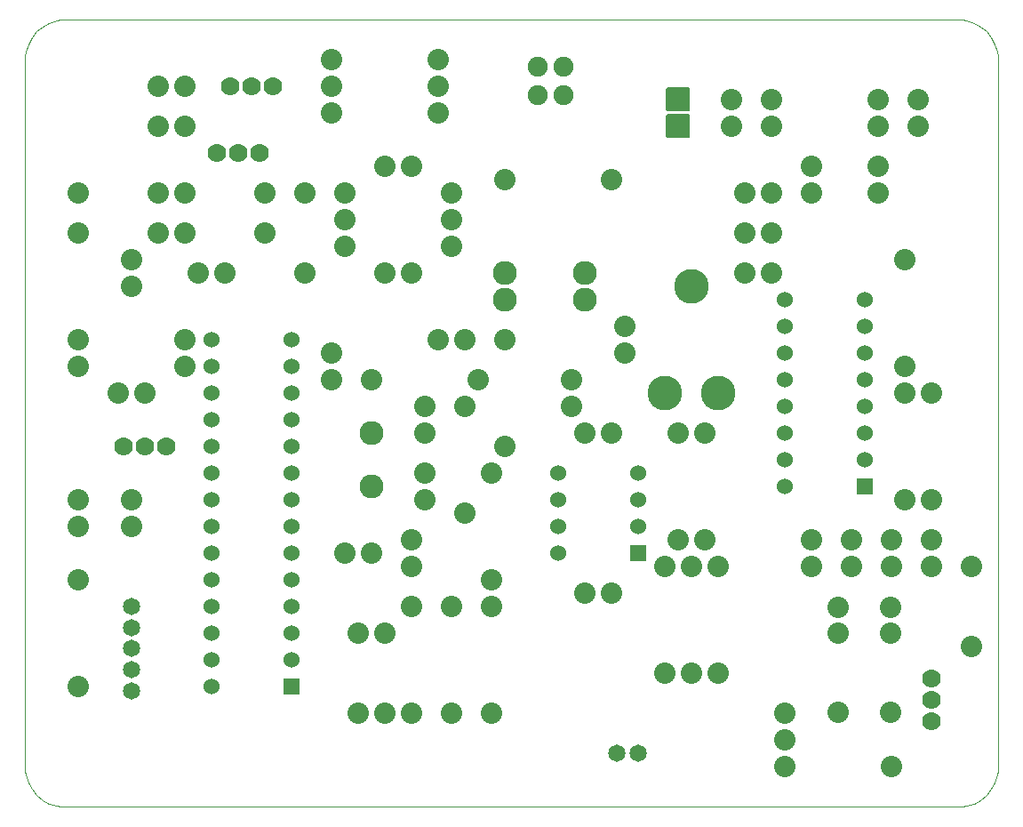
<source format=gbr>
G04 PROTEUS GERBER X2 FILE*
%TF.GenerationSoftware,Labcenter,Proteus,8.16-SP3-Build36097*%
%TF.CreationDate,2025-03-04T22:23:44+00:00*%
%TF.FileFunction,Soldermask,Bot*%
%TF.FilePolarity,Negative*%
%TF.Part,Single*%
%TF.SameCoordinates,{eae5727c-9566-4c40-9887-aaf545a46e3e}*%
%FSLAX26Y26*%
%MOIN*%
G01*
%TA.AperFunction,Material*%
%ADD25C,0.075000*%
%AMPPAD018*
4,1,36,
0.025000,-0.030000,
-0.025000,-0.030000,
-0.026007,-0.029898,
-0.026946,-0.029607,
-0.027795,-0.029146,
-0.028535,-0.028535,
-0.029146,-0.027795,
-0.029607,-0.026946,
-0.029898,-0.026007,
-0.030000,-0.025000,
-0.030000,0.025000,
-0.029898,0.026007,
-0.029607,0.026946,
-0.029146,0.027795,
-0.028535,0.028535,
-0.027795,0.029146,
-0.026946,0.029607,
-0.026007,0.029898,
-0.025000,0.030000,
0.025000,0.030000,
0.026007,0.029898,
0.026946,0.029607,
0.027795,0.029146,
0.028535,0.028535,
0.029146,0.027795,
0.029607,0.026946,
0.029898,0.026007,
0.030000,0.025000,
0.030000,-0.025000,
0.029898,-0.026007,
0.029607,-0.026946,
0.029146,-0.027795,
0.028535,-0.028535,
0.027795,-0.029146,
0.026946,-0.029607,
0.026007,-0.029898,
0.025000,-0.030000,
0*%
%TA.AperFunction,Material*%
%ADD26PPAD018*%
%ADD27C,0.060000*%
%TA.AperFunction,Material*%
%ADD28C,0.070000*%
%TA.AperFunction,Material*%
%ADD29C,0.080000*%
%ADD72C,0.090000*%
%TA.AperFunction,Material*%
%ADD73C,0.130000*%
%AMPPAD024*
4,1,36,
-0.045000,-0.040000,
-0.045000,0.040000,
-0.044898,0.041007,
-0.044607,0.041946,
-0.044146,0.042795,
-0.043535,0.043535,
-0.042795,0.044146,
-0.041946,0.044607,
-0.041007,0.044898,
-0.040000,0.045000,
0.040000,0.045000,
0.041007,0.044898,
0.041946,0.044607,
0.042795,0.044146,
0.043535,0.043535,
0.044146,0.042795,
0.044607,0.041946,
0.044898,0.041007,
0.045000,0.040000,
0.045000,-0.040000,
0.044898,-0.041007,
0.044607,-0.041946,
0.044146,-0.042795,
0.043535,-0.043535,
0.042795,-0.044146,
0.041946,-0.044607,
0.041007,-0.044898,
0.040000,-0.045000,
-0.040000,-0.045000,
-0.041007,-0.044898,
-0.041946,-0.044607,
-0.042795,-0.044146,
-0.043535,-0.043535,
-0.044146,-0.042795,
-0.044607,-0.041946,
-0.044898,-0.041007,
-0.045000,-0.040000,
0*%
%TA.AperFunction,Material*%
%ADD30PPAD024*%
%TA.AperFunction,Material*%
%ADD31C,0.065000*%
%TA.AperFunction,Profile*%
%ADD20C,0.004000*%
%TD.AperFunction*%
D25*
X+2172425Y+1467370D03*
X+2270425Y+1467370D03*
X+2270425Y+1574370D03*
X+2172425Y+1574370D03*
D26*
X+1250000Y-750000D03*
D27*
X+1250000Y-650000D03*
X+1250000Y-550000D03*
X+1250000Y-450000D03*
X+1250000Y-350000D03*
X+1250000Y-250000D03*
X+1250000Y-150000D03*
X+1250000Y-50000D03*
X+1250000Y+50000D03*
X+1250000Y+150000D03*
X+1250000Y+250000D03*
X+1250000Y+350000D03*
X+1250000Y+450000D03*
X+1250000Y+550000D03*
X+950000Y+550000D03*
X+950000Y+450000D03*
X+950000Y+350000D03*
X+950000Y+250000D03*
X+950000Y+150000D03*
X+950000Y+50000D03*
X+950000Y-50000D03*
X+950000Y-150000D03*
X+950000Y-250000D03*
X+950000Y-350000D03*
X+950000Y-450000D03*
X+950000Y-550000D03*
X+950000Y-650000D03*
X+950000Y-749213D03*
D28*
X+780000Y+150000D03*
X+700000Y+150000D03*
X+620000Y+150000D03*
D29*
X+450000Y-150000D03*
X+450000Y-50000D03*
X+650000Y-50000D03*
X+650000Y-150000D03*
X+448425Y-748425D03*
X+448425Y-348425D03*
X+700000Y+350000D03*
X+600000Y+350000D03*
X+450000Y+450000D03*
X+850000Y+450000D03*
X+850000Y+550000D03*
X+450000Y+550000D03*
D72*
X+1550000Y+0D03*
X+1550000Y+200000D03*
D29*
X+1750000Y-50000D03*
X+1750000Y+50000D03*
X+1750000Y+300000D03*
X+1750000Y+200000D03*
X+1400000Y+400000D03*
X+1400000Y+500000D03*
X+1450000Y-250000D03*
X+1550000Y-250000D03*
X+1500000Y-550000D03*
X+1500000Y-850000D03*
X+1600000Y-550000D03*
X+1600000Y-850000D03*
X+1700000Y-450000D03*
X+1700000Y-850000D03*
X+1850000Y-450000D03*
X+1850000Y-850000D03*
X+2000000Y-450000D03*
X+2000000Y-850000D03*
D26*
X+2550000Y-250000D03*
D27*
X+2550000Y-150000D03*
X+2550000Y-50000D03*
X+2550000Y+50000D03*
X+2250000Y+50000D03*
X+2250000Y-50000D03*
X+2250000Y-150000D03*
X+2250000Y-250000D03*
D29*
X+1700000Y-300000D03*
X+1700000Y-200000D03*
X+1900000Y-100000D03*
X+1900000Y+300000D03*
X+2000000Y-350000D03*
X+2000000Y+50000D03*
X+2350000Y-400000D03*
X+2450000Y-400000D03*
X+2350000Y+200000D03*
X+2450000Y+200000D03*
X+2300000Y+400000D03*
X+2300000Y+300000D03*
X+1950000Y+400000D03*
X+1550000Y+400000D03*
X+2050000Y+150000D03*
X+2050000Y+550000D03*
X+1900000Y+550000D03*
X+1800000Y+550000D03*
X+2650000Y-700000D03*
X+2650000Y-300000D03*
X+2750000Y-700000D03*
X+2750000Y-300000D03*
X+2850000Y-300000D03*
X+2850000Y-700000D03*
X+2700000Y-200000D03*
X+2700000Y+200000D03*
X+2800000Y-200000D03*
X+2800000Y+200000D03*
D73*
X+2650000Y+350000D03*
X+2850000Y+350000D03*
X+2750000Y+750000D03*
D29*
X+3050000Y+800000D03*
X+2950000Y+800000D03*
D30*
X+2700000Y+1350000D03*
X+2700000Y+1450000D03*
D29*
X+2050000Y+1150000D03*
X+2450000Y+1150000D03*
X+2500000Y+500000D03*
X+2500000Y+600000D03*
D72*
X+2050000Y+800000D03*
X+2350000Y+800000D03*
X+2350000Y+700000D03*
X+2050000Y+700000D03*
D29*
X+1600000Y+800000D03*
X+1700000Y+800000D03*
X+1850000Y+1000000D03*
X+1450000Y+1000000D03*
X+1450000Y+900000D03*
X+1850000Y+900000D03*
X+1850000Y+1100000D03*
X+1450000Y+1100000D03*
X+1700000Y+1200000D03*
X+1600000Y+1200000D03*
X+1400000Y+1400000D03*
X+1800000Y+1400000D03*
X+1400000Y+1500000D03*
X+1800000Y+1500000D03*
X+1400000Y+1600000D03*
X+1800000Y+1600000D03*
D28*
X+1020000Y+1500000D03*
X+1100000Y+1500000D03*
X+1180000Y+1500000D03*
X+970000Y+1250000D03*
X+1050000Y+1250000D03*
X+1130000Y+1250000D03*
D29*
X+1150000Y+1100000D03*
X+850000Y+1100000D03*
X+1300000Y+1100000D03*
X+1300000Y+800000D03*
X+1150000Y+950000D03*
X+850000Y+950000D03*
X+750000Y+1100000D03*
X+450000Y+1100000D03*
X+750000Y+950000D03*
X+450000Y+950000D03*
X+650000Y+750000D03*
X+650000Y+850000D03*
X+1000000Y+800000D03*
X+900000Y+800000D03*
X+850000Y+1350000D03*
X+750000Y+1350000D03*
X+850000Y+1500000D03*
X+750000Y+1500000D03*
D31*
X+650000Y-764961D03*
X+650000Y-686220D03*
X+650000Y-607480D03*
X+650000Y-528740D03*
X+650000Y-450000D03*
X+2550000Y-1000000D03*
X+2471260Y-1000000D03*
D26*
X+3400000Y+0D03*
D27*
X+3400000Y+100000D03*
X+3400000Y+200000D03*
X+3400000Y+300000D03*
X+3400000Y+400000D03*
X+3400000Y+500000D03*
X+3400000Y+600000D03*
X+3400000Y+700000D03*
X+3100000Y+700000D03*
X+3100000Y+600000D03*
X+3100000Y+500000D03*
X+3100000Y+400000D03*
X+3100000Y+300000D03*
X+3100000Y+200000D03*
X+3100000Y+100000D03*
X+3100000Y+0D03*
D29*
X+3300000Y-550000D03*
X+3496850Y-550000D03*
X+3300000Y-845276D03*
X+3496850Y-845276D03*
X+3300000Y-451575D03*
X+3496850Y-451575D03*
X+3050000Y+1450000D03*
X+3450000Y+1450000D03*
X+3050000Y+1350000D03*
X+3450000Y+1350000D03*
X+2900000Y+1450000D03*
X+2900000Y+1350000D03*
X+2950000Y+950000D03*
X+3050000Y+950000D03*
X+2950000Y+1100000D03*
X+3050000Y+1100000D03*
X+3100000Y-950000D03*
X+3100000Y-850000D03*
X+3200000Y-200000D03*
X+3200000Y-300000D03*
X+3350000Y-200000D03*
X+3350000Y-300000D03*
X+3500000Y-200000D03*
X+3500000Y-300000D03*
X+3650000Y-200000D03*
X+3650000Y-300000D03*
X+3550000Y-50000D03*
X+3550000Y+350000D03*
D28*
X+3650000Y-720000D03*
X+3650000Y-800000D03*
X+3650000Y-880000D03*
D29*
X+3500000Y-1050000D03*
X+3100000Y-1050000D03*
X+3650000Y+350000D03*
X+3650000Y-50000D03*
X+3550000Y+450000D03*
X+3550000Y+850000D03*
X+3450000Y+1100000D03*
X+3450000Y+1200000D03*
X+3200000Y+1200000D03*
X+3200000Y+1100000D03*
X+3600000Y+1450000D03*
X+3600000Y+1350000D03*
X+3800000Y-600000D03*
X+3800000Y-300000D03*
D20*
X+250000Y+1600000D02*
X+250775Y+1615335D01*
X+253048Y+1630227D01*
X+261790Y+1658381D01*
X+275621Y+1683861D01*
X+293939Y+1706061D01*
X+316139Y+1724379D01*
X+341619Y+1738210D01*
X+369773Y+1746952D01*
X+384665Y+1749225D01*
X+400000Y+1750000D01*
X+450000Y+1750000D02*
X+3750000Y+1750000D01*
X+3765335Y+1749225D01*
X+3780227Y+1746952D01*
X+3808381Y+1738210D01*
X+3833861Y+1724379D01*
X+3856061Y+1706061D01*
X+3874379Y+1683861D01*
X+3888210Y+1658381D01*
X+3896952Y+1630227D01*
X+3899225Y+1615335D01*
X+3900000Y+1600000D01*
X+3900000Y-1050000D01*
X+3899225Y-1065335D01*
X+3896952Y-1080227D01*
X+3888210Y-1108381D01*
X+3874379Y-1133861D01*
X+3856061Y-1156061D01*
X+3833861Y-1174379D01*
X+3808381Y-1188210D01*
X+3780227Y-1196952D01*
X+3765335Y-1199225D01*
X+3750000Y-1200000D01*
X+500000Y-1200000D01*
X+400000Y-1200000D02*
X+384665Y-1199225D01*
X+369773Y-1196952D01*
X+341619Y-1188210D01*
X+316139Y-1174379D01*
X+293939Y-1156061D01*
X+275621Y-1133861D01*
X+261790Y-1108381D01*
X+253048Y-1080227D01*
X+250775Y-1065335D01*
X+250000Y-1050000D01*
X+250000Y+1600000D02*
X+250000Y-1050000D01*
X+450000Y-1200000D02*
X+500000Y-1200000D01*
X+400000Y-1200000D02*
X+450000Y-1200000D01*
X+400000Y+1750000D02*
X+450000Y+1750000D01*
M02*

</source>
